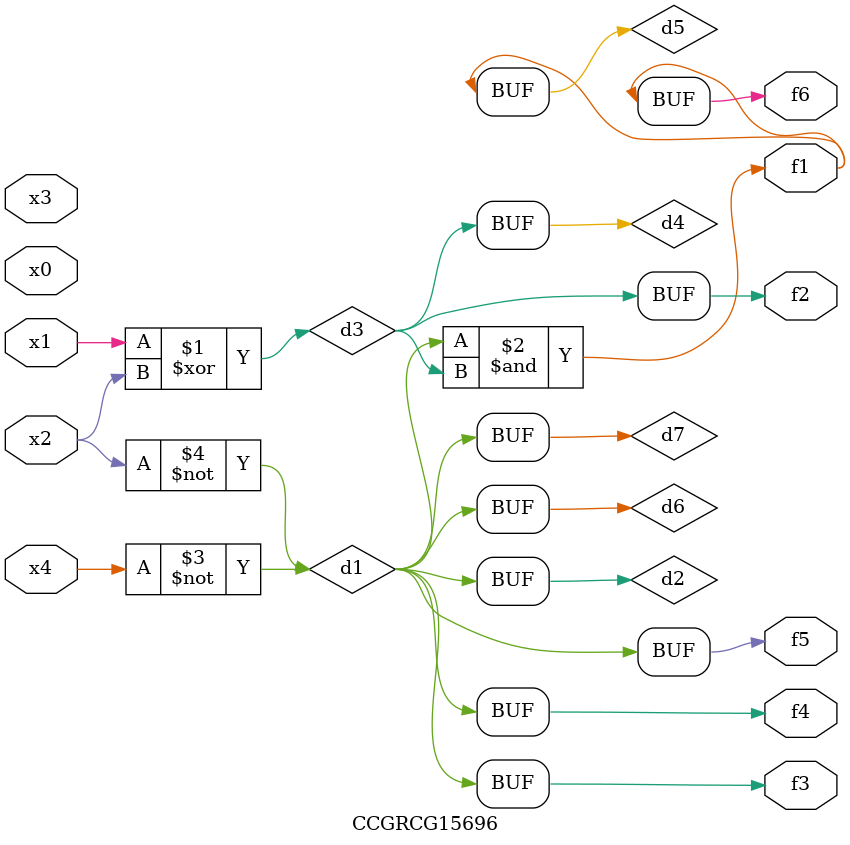
<source format=v>
module CCGRCG15696(
	input x0, x1, x2, x3, x4,
	output f1, f2, f3, f4, f5, f6
);

	wire d1, d2, d3, d4, d5, d6, d7;

	not (d1, x4);
	not (d2, x2);
	xor (d3, x1, x2);
	buf (d4, d3);
	and (d5, d1, d3);
	buf (d6, d1, d2);
	buf (d7, d2);
	assign f1 = d5;
	assign f2 = d4;
	assign f3 = d7;
	assign f4 = d7;
	assign f5 = d7;
	assign f6 = d5;
endmodule

</source>
